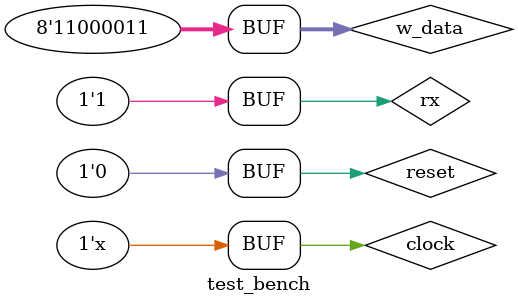
<source format=v>
`timescale 1ns / 1ps


module test_bench;

	// Inputs
	reg clock;
	reg reset;
	reg rx;
	reg [7:0] w_data;

	// Outputs
	wire tx;
	wire [7:0] led;

	// Instantiate the Unit Under Test (UUT)
	uart uut (
		.clock(clock), 
		.reset(reset), 
		.rx(rx), 
		.w_data(w_data), 
		.tx(tx), 
		.led(led)
	);

	initial begin
		// Initialize Inputs
		clock = 0;
		reset = 0;
		rx = 0;
		w_data = 8'b11000011;

		// Wait 100 ns for global reset to finish
		#100;
      rx=1;
		#100;
      rx=0;
		#100;
      rx=1;  
		// Add stimulus here

	end
	
	always
	begin
	#5 clock=~clock;
	end
      
endmodule


</source>
